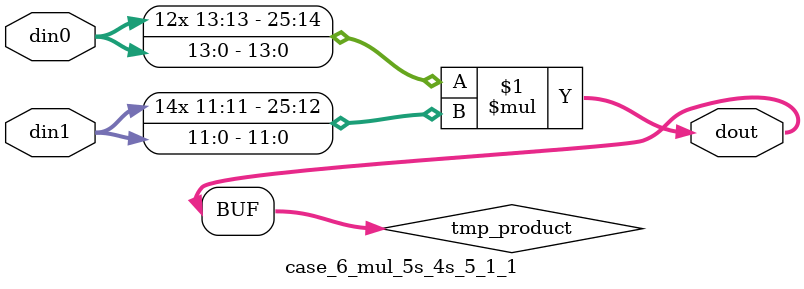
<source format=v>

`timescale 1 ns / 1 ps

 module case_6_mul_5s_4s_5_1_1(din0, din1, dout);
parameter ID = 1;
parameter NUM_STAGE = 0;
parameter din0_WIDTH = 14;
parameter din1_WIDTH = 12;
parameter dout_WIDTH = 26;

input [din0_WIDTH - 1 : 0] din0; 
input [din1_WIDTH - 1 : 0] din1; 
output [dout_WIDTH - 1 : 0] dout;

wire signed [dout_WIDTH - 1 : 0] tmp_product;



























assign tmp_product = $signed(din0) * $signed(din1);








assign dout = tmp_product;





















endmodule

</source>
